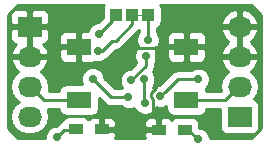
<source format=gbr>
G04 #@! TF.FileFunction,Copper,L2,Bot,Signal*
%FSLAX46Y46*%
G04 Gerber Fmt 4.6, Leading zero omitted, Abs format (unit mm)*
G04 Created by KiCad (PCBNEW 4.1.0-alpha+201606061201+6885~45~ubuntu14.04.1-product) date Fri Jun 10 14:32:16 2016*
%MOMM*%
%LPD*%
G01*
G04 APERTURE LIST*
%ADD10C,0.100000*%
%ADD11R,2.032000X1.727200*%
%ADD12O,2.032000X1.727200*%
%ADD13R,2.100000X1.400000*%
%ADD14R,1.200000X0.900000*%
%ADD15R,1.000000X1.000000*%
%ADD16C,0.700000*%
%ADD17C,0.250000*%
%ADD18C,0.200000*%
%ADD19C,0.254000*%
G04 APERTURE END LIST*
D10*
D11*
X236220000Y-110490000D03*
D12*
X236220000Y-107950000D03*
X236220000Y-105410000D03*
X236220000Y-102870000D03*
D11*
X218440000Y-102870000D03*
D12*
X218440000Y-105410000D03*
X218440000Y-107950000D03*
X218440000Y-110490000D03*
D13*
X222625000Y-104595000D03*
X231725000Y-109095000D03*
X231725000Y-104595000D03*
X222625000Y-109095000D03*
D14*
X229365000Y-111605000D03*
X231565000Y-111605000D03*
X224535000Y-111585000D03*
X222335000Y-111585000D03*
D15*
X225785000Y-101915000D03*
X228485000Y-101915000D03*
X227135000Y-101915000D03*
D16*
X226796251Y-108879140D03*
X223789989Y-107294991D03*
X224345000Y-103495000D03*
X228228165Y-109356445D03*
X229528749Y-108778898D03*
X232723938Y-107326430D03*
X228106428Y-107328182D03*
X227055000Y-105325000D03*
X228295000Y-105355011D03*
X228465000Y-104005000D03*
X227055000Y-107425000D03*
X224225002Y-104925000D03*
X232705000Y-112425000D03*
X220735000Y-112255000D03*
D17*
X226301277Y-108879140D02*
X226796251Y-108879140D01*
X223789989Y-107294991D02*
X225374138Y-108879140D01*
X225374138Y-108879140D02*
X226301277Y-108879140D01*
X224345000Y-103495000D02*
X225445000Y-102395000D01*
X225445000Y-102395000D02*
X225445000Y-102035000D01*
X225445000Y-102035000D02*
X225785000Y-101915000D01*
X231725000Y-109095000D02*
X234965000Y-109095000D01*
X234965000Y-109095000D02*
X236065000Y-107995000D01*
X236065000Y-107995000D02*
X236065000Y-107935000D01*
X236065000Y-107935000D02*
X236220000Y-107950000D01*
X222625000Y-109095000D02*
X219645000Y-109095000D01*
X219645000Y-109095000D02*
X218495000Y-107945000D01*
X218495000Y-107945000D02*
X218440000Y-107950000D01*
X232723938Y-107326430D02*
X230981217Y-107326430D01*
X228106428Y-107328182D02*
X228106428Y-109234708D01*
X228106428Y-109234708D02*
X228228165Y-109356445D01*
X230981217Y-107326430D02*
X229878748Y-108428899D01*
X229878748Y-108428899D02*
X229528749Y-108778898D01*
X236220000Y-105410000D02*
X236220000Y-104296400D01*
X236220000Y-104296400D02*
X236220000Y-102870000D01*
X229375000Y-110735000D02*
X228903166Y-110263166D01*
X228739998Y-108869276D02*
X228739998Y-108500998D01*
X229185000Y-108055996D02*
X229185000Y-104595000D01*
X228739998Y-108500998D02*
X229185000Y-108055996D01*
X229375000Y-111435000D02*
X229375000Y-110735000D01*
X228903166Y-110263166D02*
X228903166Y-109032444D01*
X228903166Y-109032444D02*
X228739998Y-108869276D01*
X229099999Y-104680001D02*
X229185000Y-104595000D01*
X227420001Y-104680001D02*
X229099999Y-104680001D01*
X227335000Y-104595000D02*
X227420001Y-104680001D01*
X224535000Y-111585000D02*
X229255000Y-111585000D01*
X229255000Y-111585000D02*
X229375000Y-111465000D01*
X229375000Y-111465000D02*
X229375000Y-111435000D01*
X227055000Y-105325000D02*
X227055000Y-104875000D01*
X227055000Y-104875000D02*
X227335000Y-104595000D01*
X229185000Y-104595000D02*
X231765000Y-104595000D01*
X231765000Y-104595000D02*
X231835000Y-104665000D01*
X231835000Y-104665000D02*
X231835000Y-104685000D01*
X231835000Y-104685000D02*
X231725000Y-104595000D01*
X222385000Y-104485000D02*
X222625000Y-104595000D01*
X218440000Y-102870000D02*
X218440000Y-105380000D01*
X218440000Y-105380000D02*
X218525000Y-105465000D01*
X218525000Y-105465000D02*
X218440000Y-105410000D01*
X227055000Y-105325000D02*
X227195000Y-105465000D01*
X227195000Y-105465000D02*
X227195000Y-105665000D01*
D10*
X227135000Y-101915000D02*
X228445000Y-101915000D01*
X228445000Y-101915000D02*
X228465000Y-101935000D01*
X228465000Y-101935000D02*
X228485000Y-101915000D01*
D17*
X228465000Y-104005000D02*
X228465000Y-101935000D01*
X228465000Y-101935000D02*
X228485000Y-101915000D01*
X228295000Y-105849985D02*
X228295000Y-105355011D01*
X227055000Y-107425000D02*
X228295000Y-106185000D01*
X228295000Y-106185000D02*
X228295000Y-105849985D01*
D18*
X228445000Y-101915000D02*
X228465000Y-101895000D01*
X228465000Y-101895000D02*
X228485000Y-101915000D01*
D17*
X224225002Y-104925000D02*
X224615000Y-104925000D01*
X224615000Y-104925000D02*
X225465000Y-104075000D01*
X227135000Y-102665000D02*
X225725000Y-104075000D01*
X225725000Y-104075000D02*
X225465000Y-104075000D01*
X227135000Y-101915000D02*
X227135000Y-102665000D01*
X231565000Y-111605000D02*
X231885000Y-111605000D01*
X231885000Y-111605000D02*
X232705000Y-112425000D01*
X231575000Y-111435000D02*
X232005000Y-111435000D01*
X221355000Y-111635000D02*
X222325000Y-111635000D01*
X220735000Y-112255000D02*
X221355000Y-111635000D01*
X222325000Y-111635000D02*
X222335000Y-111585000D01*
D19*
G36*
X224686843Y-101167235D02*
X224637560Y-101415000D01*
X224637560Y-102127638D01*
X224255276Y-102509922D01*
X224149931Y-102509830D01*
X223787771Y-102659471D01*
X223510445Y-102936314D01*
X223376039Y-103260000D01*
X222910750Y-103260000D01*
X222752000Y-103418750D01*
X222752000Y-104468000D01*
X222772000Y-104468000D01*
X222772000Y-104722000D01*
X222752000Y-104722000D01*
X222752000Y-105771250D01*
X222910750Y-105930000D01*
X223801310Y-105930000D01*
X223939221Y-105872875D01*
X224028214Y-105909828D01*
X224420071Y-105910170D01*
X224782231Y-105760529D01*
X224936099Y-105606929D01*
X225152401Y-105462401D01*
X225793410Y-104821392D01*
X226015839Y-104777148D01*
X226262401Y-104612401D01*
X227672401Y-103202401D01*
X227705000Y-103153613D01*
X227705000Y-103371889D01*
X227630445Y-103446314D01*
X227480172Y-103808212D01*
X227479830Y-104200069D01*
X227629471Y-104562229D01*
X227662153Y-104594968D01*
X227460445Y-104796325D01*
X227310172Y-105158223D01*
X227309830Y-105550080D01*
X227459471Y-105912240D01*
X227476200Y-105928998D01*
X226965276Y-106439922D01*
X226859931Y-106439830D01*
X226497771Y-106589471D01*
X226220445Y-106866314D01*
X226070172Y-107228212D01*
X226069830Y-107620069D01*
X226219471Y-107982229D01*
X226268562Y-108031405D01*
X226239022Y-108043611D01*
X226163361Y-108119140D01*
X225688940Y-108119140D01*
X224775067Y-107205267D01*
X224775159Y-107099922D01*
X224625518Y-106737762D01*
X224348675Y-106460436D01*
X223986777Y-106310163D01*
X223594920Y-106309821D01*
X223232760Y-106459462D01*
X222955434Y-106736305D01*
X222805161Y-107098203D01*
X222804819Y-107490060D01*
X222911216Y-107747560D01*
X221575000Y-107747560D01*
X221327235Y-107796843D01*
X221117191Y-107937191D01*
X220976843Y-108147235D01*
X220939495Y-108335000D01*
X220046764Y-108335000D01*
X220123345Y-107950000D01*
X220009271Y-107376511D01*
X219684415Y-106890330D01*
X219374931Y-106683539D01*
X219790732Y-106312036D01*
X220044709Y-105784791D01*
X220047358Y-105769026D01*
X219926217Y-105537000D01*
X218567000Y-105537000D01*
X218567000Y-105557000D01*
X218313000Y-105557000D01*
X218313000Y-105537000D01*
X216953783Y-105537000D01*
X216832642Y-105769026D01*
X216835291Y-105784791D01*
X217089268Y-106312036D01*
X217505069Y-106683539D01*
X217195585Y-106890330D01*
X216870729Y-107376511D01*
X216756655Y-107950000D01*
X216870729Y-108523489D01*
X217195585Y-109009670D01*
X217510366Y-109220000D01*
X217195585Y-109430330D01*
X216870729Y-109916511D01*
X216756655Y-110490000D01*
X216870729Y-111063489D01*
X217195585Y-111549670D01*
X217681766Y-111874526D01*
X218255255Y-111988600D01*
X218624745Y-111988600D01*
X219198234Y-111874526D01*
X219684415Y-111549670D01*
X220009271Y-111063489D01*
X220123345Y-110490000D01*
X220009271Y-109916511D01*
X219968171Y-109855000D01*
X220939495Y-109855000D01*
X220976843Y-110042765D01*
X221117191Y-110252809D01*
X221327235Y-110393157D01*
X221575000Y-110442440D01*
X223675000Y-110442440D01*
X223922765Y-110393157D01*
X224132809Y-110252809D01*
X224273157Y-110042765D01*
X224322440Y-109795000D01*
X224322440Y-108902244D01*
X224836737Y-109416541D01*
X225083299Y-109581288D01*
X225374138Y-109639140D01*
X226163140Y-109639140D01*
X226237565Y-109713695D01*
X226599463Y-109863968D01*
X226991320Y-109864310D01*
X227316690Y-109729870D01*
X227392636Y-109913674D01*
X227669479Y-110191000D01*
X228031377Y-110341273D01*
X228423234Y-110341615D01*
X228785394Y-110191974D01*
X229062720Y-109915131D01*
X229155939Y-109690635D01*
X229331961Y-109763726D01*
X229723818Y-109764068D01*
X230027560Y-109638565D01*
X230027560Y-109795000D01*
X230076843Y-110042765D01*
X230217191Y-110252809D01*
X230427235Y-110393157D01*
X230675000Y-110442440D01*
X232775000Y-110442440D01*
X233022765Y-110393157D01*
X233232809Y-110252809D01*
X233373157Y-110042765D01*
X233410505Y-109855000D01*
X234556560Y-109855000D01*
X234556560Y-111353600D01*
X234605843Y-111601365D01*
X234746191Y-111811409D01*
X234956235Y-111951757D01*
X235204000Y-112001040D01*
X237236000Y-112001040D01*
X237483765Y-111951757D01*
X237693809Y-111811409D01*
X237834157Y-111601365D01*
X237883440Y-111353600D01*
X237883440Y-109626400D01*
X237834157Y-109378635D01*
X237693809Y-109168591D01*
X237483765Y-109028243D01*
X237447434Y-109021016D01*
X237464415Y-109009670D01*
X237789271Y-108523489D01*
X237903345Y-107950000D01*
X237789271Y-107376511D01*
X237464415Y-106890330D01*
X237154931Y-106683539D01*
X237570732Y-106312036D01*
X237824709Y-105784791D01*
X237827358Y-105769026D01*
X237706217Y-105537000D01*
X236347000Y-105537000D01*
X236347000Y-105557000D01*
X236093000Y-105557000D01*
X236093000Y-105537000D01*
X234733783Y-105537000D01*
X234612642Y-105769026D01*
X234615291Y-105784791D01*
X234869268Y-106312036D01*
X235285069Y-106683539D01*
X234975585Y-106890330D01*
X234650729Y-107376511D01*
X234536655Y-107950000D01*
X234613236Y-108335000D01*
X233410505Y-108335000D01*
X233373157Y-108147235D01*
X233342251Y-108100981D01*
X233558493Y-107885116D01*
X233708766Y-107523218D01*
X233709108Y-107131361D01*
X233559467Y-106769201D01*
X233282624Y-106491875D01*
X232920726Y-106341602D01*
X232528869Y-106341260D01*
X232166709Y-106490901D01*
X232091048Y-106566430D01*
X230981217Y-106566430D01*
X230690378Y-106624282D01*
X230443816Y-106789029D01*
X229439025Y-107793820D01*
X229333680Y-107793728D01*
X228971520Y-107943369D01*
X228866428Y-108048278D01*
X228866428Y-107961293D01*
X228940983Y-107886868D01*
X229091256Y-107524970D01*
X229091598Y-107133113D01*
X228941957Y-106770953D01*
X228856895Y-106685743D01*
X228997148Y-106475839D01*
X229055000Y-106185000D01*
X229055000Y-105988122D01*
X229129555Y-105913697D01*
X229279828Y-105551799D01*
X229280170Y-105159942D01*
X229164811Y-104880750D01*
X230040000Y-104880750D01*
X230040000Y-105421309D01*
X230136673Y-105654698D01*
X230315301Y-105833327D01*
X230548690Y-105930000D01*
X231439250Y-105930000D01*
X231598000Y-105771250D01*
X231598000Y-104722000D01*
X231852000Y-104722000D01*
X231852000Y-105771250D01*
X232010750Y-105930000D01*
X232901310Y-105930000D01*
X233134699Y-105833327D01*
X233313327Y-105654698D01*
X233410000Y-105421309D01*
X233410000Y-104880750D01*
X233251250Y-104722000D01*
X231852000Y-104722000D01*
X231598000Y-104722000D01*
X230198750Y-104722000D01*
X230040000Y-104880750D01*
X229164811Y-104880750D01*
X229130529Y-104797782D01*
X229097847Y-104765043D01*
X229299555Y-104563686D01*
X229449828Y-104201788D01*
X229450170Y-103809931D01*
X229433131Y-103768691D01*
X230040000Y-103768691D01*
X230040000Y-104309250D01*
X230198750Y-104468000D01*
X231598000Y-104468000D01*
X231598000Y-103418750D01*
X231852000Y-103418750D01*
X231852000Y-104468000D01*
X233251250Y-104468000D01*
X233410000Y-104309250D01*
X233410000Y-103768691D01*
X233313327Y-103535302D01*
X233134699Y-103356673D01*
X232901310Y-103260000D01*
X232010750Y-103260000D01*
X231852000Y-103418750D01*
X231598000Y-103418750D01*
X231439250Y-103260000D01*
X230548690Y-103260000D01*
X230315301Y-103356673D01*
X230136673Y-103535302D01*
X230040000Y-103768691D01*
X229433131Y-103768691D01*
X229300529Y-103447771D01*
X229225000Y-103372110D01*
X229225000Y-103229026D01*
X234612642Y-103229026D01*
X234615291Y-103244791D01*
X234869268Y-103772036D01*
X235281108Y-104140000D01*
X234869268Y-104507964D01*
X234615291Y-105035209D01*
X234612642Y-105050974D01*
X234733783Y-105283000D01*
X236093000Y-105283000D01*
X236093000Y-102997000D01*
X236347000Y-102997000D01*
X236347000Y-105283000D01*
X237706217Y-105283000D01*
X237827358Y-105050974D01*
X237824709Y-105035209D01*
X237570732Y-104507964D01*
X237158892Y-104140000D01*
X237570732Y-103772036D01*
X237824709Y-103244791D01*
X237827358Y-103229026D01*
X237706217Y-102997000D01*
X236347000Y-102997000D01*
X236093000Y-102997000D01*
X234733783Y-102997000D01*
X234612642Y-103229026D01*
X229225000Y-103229026D01*
X229225000Y-103014702D01*
X229232765Y-103013157D01*
X229442809Y-102872809D01*
X229583157Y-102662765D01*
X229613349Y-102510974D01*
X234612642Y-102510974D01*
X234733783Y-102743000D01*
X236093000Y-102743000D01*
X236093000Y-101529076D01*
X236347000Y-101529076D01*
X236347000Y-102743000D01*
X237706217Y-102743000D01*
X237827358Y-102510974D01*
X237824709Y-102495209D01*
X237570732Y-101967964D01*
X237134320Y-101578046D01*
X236581913Y-101384816D01*
X236347000Y-101529076D01*
X236093000Y-101529076D01*
X235858087Y-101384816D01*
X235305680Y-101578046D01*
X234869268Y-101967964D01*
X234615291Y-102495209D01*
X234612642Y-102510974D01*
X229613349Y-102510974D01*
X229632440Y-102415000D01*
X229632440Y-101415000D01*
X229583157Y-101167235D01*
X229498141Y-101040000D01*
X237195908Y-101040000D01*
X238050000Y-101894092D01*
X238050000Y-111465908D01*
X237195908Y-112320000D01*
X233690091Y-112320000D01*
X233690170Y-112229931D01*
X233540529Y-111867771D01*
X233263686Y-111590445D01*
X232901788Y-111440172D01*
X232812440Y-111440094D01*
X232812440Y-111155000D01*
X232763157Y-110907235D01*
X232622809Y-110697191D01*
X232412765Y-110556843D01*
X232165000Y-110507560D01*
X230965000Y-110507560D01*
X230717235Y-110556843D01*
X230507191Y-110697191D01*
X230466346Y-110758320D01*
X230324698Y-110616673D01*
X230091309Y-110520000D01*
X229650750Y-110520000D01*
X229492000Y-110678750D01*
X229492000Y-111478000D01*
X229512000Y-111478000D01*
X229512000Y-111732000D01*
X229492000Y-111732000D01*
X229492000Y-111752000D01*
X229238000Y-111752000D01*
X229238000Y-111732000D01*
X228288750Y-111732000D01*
X228130000Y-111890750D01*
X228130000Y-112181310D01*
X228187447Y-112320000D01*
X225704268Y-112320000D01*
X225770000Y-112161310D01*
X225770000Y-111870750D01*
X225611250Y-111712000D01*
X224662000Y-111712000D01*
X224662000Y-111732000D01*
X224408000Y-111732000D01*
X224408000Y-111712000D01*
X224388000Y-111712000D01*
X224388000Y-111458000D01*
X224408000Y-111458000D01*
X224408000Y-110658750D01*
X224662000Y-110658750D01*
X224662000Y-111458000D01*
X225611250Y-111458000D01*
X225770000Y-111299250D01*
X225770000Y-111028690D01*
X228130000Y-111028690D01*
X228130000Y-111319250D01*
X228288750Y-111478000D01*
X229238000Y-111478000D01*
X229238000Y-110678750D01*
X229079250Y-110520000D01*
X228638691Y-110520000D01*
X228405302Y-110616673D01*
X228226673Y-110795301D01*
X228130000Y-111028690D01*
X225770000Y-111028690D01*
X225770000Y-111008690D01*
X225673327Y-110775301D01*
X225494698Y-110596673D01*
X225261309Y-110500000D01*
X224820750Y-110500000D01*
X224662000Y-110658750D01*
X224408000Y-110658750D01*
X224249250Y-110500000D01*
X223808691Y-110500000D01*
X223575302Y-110596673D01*
X223433654Y-110738320D01*
X223392809Y-110677191D01*
X223182765Y-110536843D01*
X222935000Y-110487560D01*
X221735000Y-110487560D01*
X221487235Y-110536843D01*
X221277191Y-110677191D01*
X221136843Y-110887235D01*
X221130390Y-110919678D01*
X221112414Y-110923254D01*
X221064160Y-110932852D01*
X220817599Y-111097599D01*
X220645276Y-111269922D01*
X220539931Y-111269830D01*
X220177771Y-111419471D01*
X219900445Y-111696314D01*
X219750172Y-112058212D01*
X219749944Y-112320000D01*
X217464092Y-112320000D01*
X216610000Y-111465908D01*
X216610000Y-103155750D01*
X216789000Y-103155750D01*
X216789000Y-103859910D01*
X216885673Y-104093299D01*
X217064302Y-104271927D01*
X217261861Y-104353759D01*
X217089268Y-104507964D01*
X216835291Y-105035209D01*
X216832642Y-105050974D01*
X216953783Y-105283000D01*
X218313000Y-105283000D01*
X218313000Y-102997000D01*
X218567000Y-102997000D01*
X218567000Y-105283000D01*
X219926217Y-105283000D01*
X220047358Y-105050974D01*
X220044709Y-105035209D01*
X219970306Y-104880750D01*
X220940000Y-104880750D01*
X220940000Y-105421309D01*
X221036673Y-105654698D01*
X221215301Y-105833327D01*
X221448690Y-105930000D01*
X222339250Y-105930000D01*
X222498000Y-105771250D01*
X222498000Y-104722000D01*
X221098750Y-104722000D01*
X220940000Y-104880750D01*
X219970306Y-104880750D01*
X219790732Y-104507964D01*
X219618139Y-104353759D01*
X219815698Y-104271927D01*
X219994327Y-104093299D01*
X220091000Y-103859910D01*
X220091000Y-103768691D01*
X220940000Y-103768691D01*
X220940000Y-104309250D01*
X221098750Y-104468000D01*
X222498000Y-104468000D01*
X222498000Y-103418750D01*
X222339250Y-103260000D01*
X221448690Y-103260000D01*
X221215301Y-103356673D01*
X221036673Y-103535302D01*
X220940000Y-103768691D01*
X220091000Y-103768691D01*
X220091000Y-103155750D01*
X219932250Y-102997000D01*
X218567000Y-102997000D01*
X218313000Y-102997000D01*
X216947750Y-102997000D01*
X216789000Y-103155750D01*
X216610000Y-103155750D01*
X216610000Y-101894092D01*
X216624002Y-101880090D01*
X216789000Y-101880090D01*
X216789000Y-102584250D01*
X216947750Y-102743000D01*
X218313000Y-102743000D01*
X218313000Y-101530150D01*
X218567000Y-101530150D01*
X218567000Y-102743000D01*
X219932250Y-102743000D01*
X220091000Y-102584250D01*
X220091000Y-101880090D01*
X219994327Y-101646701D01*
X219815698Y-101468073D01*
X219582309Y-101371400D01*
X218725750Y-101371400D01*
X218567000Y-101530150D01*
X218313000Y-101530150D01*
X218154250Y-101371400D01*
X217297691Y-101371400D01*
X217064302Y-101468073D01*
X216885673Y-101646701D01*
X216789000Y-101880090D01*
X216624002Y-101880090D01*
X217464092Y-101040000D01*
X224771859Y-101040000D01*
X224686843Y-101167235D01*
X224686843Y-101167235D01*
G37*
X224686843Y-101167235D02*
X224637560Y-101415000D01*
X224637560Y-102127638D01*
X224255276Y-102509922D01*
X224149931Y-102509830D01*
X223787771Y-102659471D01*
X223510445Y-102936314D01*
X223376039Y-103260000D01*
X222910750Y-103260000D01*
X222752000Y-103418750D01*
X222752000Y-104468000D01*
X222772000Y-104468000D01*
X222772000Y-104722000D01*
X222752000Y-104722000D01*
X222752000Y-105771250D01*
X222910750Y-105930000D01*
X223801310Y-105930000D01*
X223939221Y-105872875D01*
X224028214Y-105909828D01*
X224420071Y-105910170D01*
X224782231Y-105760529D01*
X224936099Y-105606929D01*
X225152401Y-105462401D01*
X225793410Y-104821392D01*
X226015839Y-104777148D01*
X226262401Y-104612401D01*
X227672401Y-103202401D01*
X227705000Y-103153613D01*
X227705000Y-103371889D01*
X227630445Y-103446314D01*
X227480172Y-103808212D01*
X227479830Y-104200069D01*
X227629471Y-104562229D01*
X227662153Y-104594968D01*
X227460445Y-104796325D01*
X227310172Y-105158223D01*
X227309830Y-105550080D01*
X227459471Y-105912240D01*
X227476200Y-105928998D01*
X226965276Y-106439922D01*
X226859931Y-106439830D01*
X226497771Y-106589471D01*
X226220445Y-106866314D01*
X226070172Y-107228212D01*
X226069830Y-107620069D01*
X226219471Y-107982229D01*
X226268562Y-108031405D01*
X226239022Y-108043611D01*
X226163361Y-108119140D01*
X225688940Y-108119140D01*
X224775067Y-107205267D01*
X224775159Y-107099922D01*
X224625518Y-106737762D01*
X224348675Y-106460436D01*
X223986777Y-106310163D01*
X223594920Y-106309821D01*
X223232760Y-106459462D01*
X222955434Y-106736305D01*
X222805161Y-107098203D01*
X222804819Y-107490060D01*
X222911216Y-107747560D01*
X221575000Y-107747560D01*
X221327235Y-107796843D01*
X221117191Y-107937191D01*
X220976843Y-108147235D01*
X220939495Y-108335000D01*
X220046764Y-108335000D01*
X220123345Y-107950000D01*
X220009271Y-107376511D01*
X219684415Y-106890330D01*
X219374931Y-106683539D01*
X219790732Y-106312036D01*
X220044709Y-105784791D01*
X220047358Y-105769026D01*
X219926217Y-105537000D01*
X218567000Y-105537000D01*
X218567000Y-105557000D01*
X218313000Y-105557000D01*
X218313000Y-105537000D01*
X216953783Y-105537000D01*
X216832642Y-105769026D01*
X216835291Y-105784791D01*
X217089268Y-106312036D01*
X217505069Y-106683539D01*
X217195585Y-106890330D01*
X216870729Y-107376511D01*
X216756655Y-107950000D01*
X216870729Y-108523489D01*
X217195585Y-109009670D01*
X217510366Y-109220000D01*
X217195585Y-109430330D01*
X216870729Y-109916511D01*
X216756655Y-110490000D01*
X216870729Y-111063489D01*
X217195585Y-111549670D01*
X217681766Y-111874526D01*
X218255255Y-111988600D01*
X218624745Y-111988600D01*
X219198234Y-111874526D01*
X219684415Y-111549670D01*
X220009271Y-111063489D01*
X220123345Y-110490000D01*
X220009271Y-109916511D01*
X219968171Y-109855000D01*
X220939495Y-109855000D01*
X220976843Y-110042765D01*
X221117191Y-110252809D01*
X221327235Y-110393157D01*
X221575000Y-110442440D01*
X223675000Y-110442440D01*
X223922765Y-110393157D01*
X224132809Y-110252809D01*
X224273157Y-110042765D01*
X224322440Y-109795000D01*
X224322440Y-108902244D01*
X224836737Y-109416541D01*
X225083299Y-109581288D01*
X225374138Y-109639140D01*
X226163140Y-109639140D01*
X226237565Y-109713695D01*
X226599463Y-109863968D01*
X226991320Y-109864310D01*
X227316690Y-109729870D01*
X227392636Y-109913674D01*
X227669479Y-110191000D01*
X228031377Y-110341273D01*
X228423234Y-110341615D01*
X228785394Y-110191974D01*
X229062720Y-109915131D01*
X229155939Y-109690635D01*
X229331961Y-109763726D01*
X229723818Y-109764068D01*
X230027560Y-109638565D01*
X230027560Y-109795000D01*
X230076843Y-110042765D01*
X230217191Y-110252809D01*
X230427235Y-110393157D01*
X230675000Y-110442440D01*
X232775000Y-110442440D01*
X233022765Y-110393157D01*
X233232809Y-110252809D01*
X233373157Y-110042765D01*
X233410505Y-109855000D01*
X234556560Y-109855000D01*
X234556560Y-111353600D01*
X234605843Y-111601365D01*
X234746191Y-111811409D01*
X234956235Y-111951757D01*
X235204000Y-112001040D01*
X237236000Y-112001040D01*
X237483765Y-111951757D01*
X237693809Y-111811409D01*
X237834157Y-111601365D01*
X237883440Y-111353600D01*
X237883440Y-109626400D01*
X237834157Y-109378635D01*
X237693809Y-109168591D01*
X237483765Y-109028243D01*
X237447434Y-109021016D01*
X237464415Y-109009670D01*
X237789271Y-108523489D01*
X237903345Y-107950000D01*
X237789271Y-107376511D01*
X237464415Y-106890330D01*
X237154931Y-106683539D01*
X237570732Y-106312036D01*
X237824709Y-105784791D01*
X237827358Y-105769026D01*
X237706217Y-105537000D01*
X236347000Y-105537000D01*
X236347000Y-105557000D01*
X236093000Y-105557000D01*
X236093000Y-105537000D01*
X234733783Y-105537000D01*
X234612642Y-105769026D01*
X234615291Y-105784791D01*
X234869268Y-106312036D01*
X235285069Y-106683539D01*
X234975585Y-106890330D01*
X234650729Y-107376511D01*
X234536655Y-107950000D01*
X234613236Y-108335000D01*
X233410505Y-108335000D01*
X233373157Y-108147235D01*
X233342251Y-108100981D01*
X233558493Y-107885116D01*
X233708766Y-107523218D01*
X233709108Y-107131361D01*
X233559467Y-106769201D01*
X233282624Y-106491875D01*
X232920726Y-106341602D01*
X232528869Y-106341260D01*
X232166709Y-106490901D01*
X232091048Y-106566430D01*
X230981217Y-106566430D01*
X230690378Y-106624282D01*
X230443816Y-106789029D01*
X229439025Y-107793820D01*
X229333680Y-107793728D01*
X228971520Y-107943369D01*
X228866428Y-108048278D01*
X228866428Y-107961293D01*
X228940983Y-107886868D01*
X229091256Y-107524970D01*
X229091598Y-107133113D01*
X228941957Y-106770953D01*
X228856895Y-106685743D01*
X228997148Y-106475839D01*
X229055000Y-106185000D01*
X229055000Y-105988122D01*
X229129555Y-105913697D01*
X229279828Y-105551799D01*
X229280170Y-105159942D01*
X229164811Y-104880750D01*
X230040000Y-104880750D01*
X230040000Y-105421309D01*
X230136673Y-105654698D01*
X230315301Y-105833327D01*
X230548690Y-105930000D01*
X231439250Y-105930000D01*
X231598000Y-105771250D01*
X231598000Y-104722000D01*
X231852000Y-104722000D01*
X231852000Y-105771250D01*
X232010750Y-105930000D01*
X232901310Y-105930000D01*
X233134699Y-105833327D01*
X233313327Y-105654698D01*
X233410000Y-105421309D01*
X233410000Y-104880750D01*
X233251250Y-104722000D01*
X231852000Y-104722000D01*
X231598000Y-104722000D01*
X230198750Y-104722000D01*
X230040000Y-104880750D01*
X229164811Y-104880750D01*
X229130529Y-104797782D01*
X229097847Y-104765043D01*
X229299555Y-104563686D01*
X229449828Y-104201788D01*
X229450170Y-103809931D01*
X229433131Y-103768691D01*
X230040000Y-103768691D01*
X230040000Y-104309250D01*
X230198750Y-104468000D01*
X231598000Y-104468000D01*
X231598000Y-103418750D01*
X231852000Y-103418750D01*
X231852000Y-104468000D01*
X233251250Y-104468000D01*
X233410000Y-104309250D01*
X233410000Y-103768691D01*
X233313327Y-103535302D01*
X233134699Y-103356673D01*
X232901310Y-103260000D01*
X232010750Y-103260000D01*
X231852000Y-103418750D01*
X231598000Y-103418750D01*
X231439250Y-103260000D01*
X230548690Y-103260000D01*
X230315301Y-103356673D01*
X230136673Y-103535302D01*
X230040000Y-103768691D01*
X229433131Y-103768691D01*
X229300529Y-103447771D01*
X229225000Y-103372110D01*
X229225000Y-103229026D01*
X234612642Y-103229026D01*
X234615291Y-103244791D01*
X234869268Y-103772036D01*
X235281108Y-104140000D01*
X234869268Y-104507964D01*
X234615291Y-105035209D01*
X234612642Y-105050974D01*
X234733783Y-105283000D01*
X236093000Y-105283000D01*
X236093000Y-102997000D01*
X236347000Y-102997000D01*
X236347000Y-105283000D01*
X237706217Y-105283000D01*
X237827358Y-105050974D01*
X237824709Y-105035209D01*
X237570732Y-104507964D01*
X237158892Y-104140000D01*
X237570732Y-103772036D01*
X237824709Y-103244791D01*
X237827358Y-103229026D01*
X237706217Y-102997000D01*
X236347000Y-102997000D01*
X236093000Y-102997000D01*
X234733783Y-102997000D01*
X234612642Y-103229026D01*
X229225000Y-103229026D01*
X229225000Y-103014702D01*
X229232765Y-103013157D01*
X229442809Y-102872809D01*
X229583157Y-102662765D01*
X229613349Y-102510974D01*
X234612642Y-102510974D01*
X234733783Y-102743000D01*
X236093000Y-102743000D01*
X236093000Y-101529076D01*
X236347000Y-101529076D01*
X236347000Y-102743000D01*
X237706217Y-102743000D01*
X237827358Y-102510974D01*
X237824709Y-102495209D01*
X237570732Y-101967964D01*
X237134320Y-101578046D01*
X236581913Y-101384816D01*
X236347000Y-101529076D01*
X236093000Y-101529076D01*
X235858087Y-101384816D01*
X235305680Y-101578046D01*
X234869268Y-101967964D01*
X234615291Y-102495209D01*
X234612642Y-102510974D01*
X229613349Y-102510974D01*
X229632440Y-102415000D01*
X229632440Y-101415000D01*
X229583157Y-101167235D01*
X229498141Y-101040000D01*
X237195908Y-101040000D01*
X238050000Y-101894092D01*
X238050000Y-111465908D01*
X237195908Y-112320000D01*
X233690091Y-112320000D01*
X233690170Y-112229931D01*
X233540529Y-111867771D01*
X233263686Y-111590445D01*
X232901788Y-111440172D01*
X232812440Y-111440094D01*
X232812440Y-111155000D01*
X232763157Y-110907235D01*
X232622809Y-110697191D01*
X232412765Y-110556843D01*
X232165000Y-110507560D01*
X230965000Y-110507560D01*
X230717235Y-110556843D01*
X230507191Y-110697191D01*
X230466346Y-110758320D01*
X230324698Y-110616673D01*
X230091309Y-110520000D01*
X229650750Y-110520000D01*
X229492000Y-110678750D01*
X229492000Y-111478000D01*
X229512000Y-111478000D01*
X229512000Y-111732000D01*
X229492000Y-111732000D01*
X229492000Y-111752000D01*
X229238000Y-111752000D01*
X229238000Y-111732000D01*
X228288750Y-111732000D01*
X228130000Y-111890750D01*
X228130000Y-112181310D01*
X228187447Y-112320000D01*
X225704268Y-112320000D01*
X225770000Y-112161310D01*
X225770000Y-111870750D01*
X225611250Y-111712000D01*
X224662000Y-111712000D01*
X224662000Y-111732000D01*
X224408000Y-111732000D01*
X224408000Y-111712000D01*
X224388000Y-111712000D01*
X224388000Y-111458000D01*
X224408000Y-111458000D01*
X224408000Y-110658750D01*
X224662000Y-110658750D01*
X224662000Y-111458000D01*
X225611250Y-111458000D01*
X225770000Y-111299250D01*
X225770000Y-111028690D01*
X228130000Y-111028690D01*
X228130000Y-111319250D01*
X228288750Y-111478000D01*
X229238000Y-111478000D01*
X229238000Y-110678750D01*
X229079250Y-110520000D01*
X228638691Y-110520000D01*
X228405302Y-110616673D01*
X228226673Y-110795301D01*
X228130000Y-111028690D01*
X225770000Y-111028690D01*
X225770000Y-111008690D01*
X225673327Y-110775301D01*
X225494698Y-110596673D01*
X225261309Y-110500000D01*
X224820750Y-110500000D01*
X224662000Y-110658750D01*
X224408000Y-110658750D01*
X224249250Y-110500000D01*
X223808691Y-110500000D01*
X223575302Y-110596673D01*
X223433654Y-110738320D01*
X223392809Y-110677191D01*
X223182765Y-110536843D01*
X222935000Y-110487560D01*
X221735000Y-110487560D01*
X221487235Y-110536843D01*
X221277191Y-110677191D01*
X221136843Y-110887235D01*
X221130390Y-110919678D01*
X221112414Y-110923254D01*
X221064160Y-110932852D01*
X220817599Y-111097599D01*
X220645276Y-111269922D01*
X220539931Y-111269830D01*
X220177771Y-111419471D01*
X219900445Y-111696314D01*
X219750172Y-112058212D01*
X219749944Y-112320000D01*
X217464092Y-112320000D01*
X216610000Y-111465908D01*
X216610000Y-103155750D01*
X216789000Y-103155750D01*
X216789000Y-103859910D01*
X216885673Y-104093299D01*
X217064302Y-104271927D01*
X217261861Y-104353759D01*
X217089268Y-104507964D01*
X216835291Y-105035209D01*
X216832642Y-105050974D01*
X216953783Y-105283000D01*
X218313000Y-105283000D01*
X218313000Y-102997000D01*
X218567000Y-102997000D01*
X218567000Y-105283000D01*
X219926217Y-105283000D01*
X220047358Y-105050974D01*
X220044709Y-105035209D01*
X219970306Y-104880750D01*
X220940000Y-104880750D01*
X220940000Y-105421309D01*
X221036673Y-105654698D01*
X221215301Y-105833327D01*
X221448690Y-105930000D01*
X222339250Y-105930000D01*
X222498000Y-105771250D01*
X222498000Y-104722000D01*
X221098750Y-104722000D01*
X220940000Y-104880750D01*
X219970306Y-104880750D01*
X219790732Y-104507964D01*
X219618139Y-104353759D01*
X219815698Y-104271927D01*
X219994327Y-104093299D01*
X220091000Y-103859910D01*
X220091000Y-103768691D01*
X220940000Y-103768691D01*
X220940000Y-104309250D01*
X221098750Y-104468000D01*
X222498000Y-104468000D01*
X222498000Y-103418750D01*
X222339250Y-103260000D01*
X221448690Y-103260000D01*
X221215301Y-103356673D01*
X221036673Y-103535302D01*
X220940000Y-103768691D01*
X220091000Y-103768691D01*
X220091000Y-103155750D01*
X219932250Y-102997000D01*
X218567000Y-102997000D01*
X218313000Y-102997000D01*
X216947750Y-102997000D01*
X216789000Y-103155750D01*
X216610000Y-103155750D01*
X216610000Y-101894092D01*
X216624002Y-101880090D01*
X216789000Y-101880090D01*
X216789000Y-102584250D01*
X216947750Y-102743000D01*
X218313000Y-102743000D01*
X218313000Y-101530150D01*
X218567000Y-101530150D01*
X218567000Y-102743000D01*
X219932250Y-102743000D01*
X220091000Y-102584250D01*
X220091000Y-101880090D01*
X219994327Y-101646701D01*
X219815698Y-101468073D01*
X219582309Y-101371400D01*
X218725750Y-101371400D01*
X218567000Y-101530150D01*
X218313000Y-101530150D01*
X218154250Y-101371400D01*
X217297691Y-101371400D01*
X217064302Y-101468073D01*
X216885673Y-101646701D01*
X216789000Y-101880090D01*
X216624002Y-101880090D01*
X217464092Y-101040000D01*
X224771859Y-101040000D01*
X224686843Y-101167235D01*
M02*

</source>
